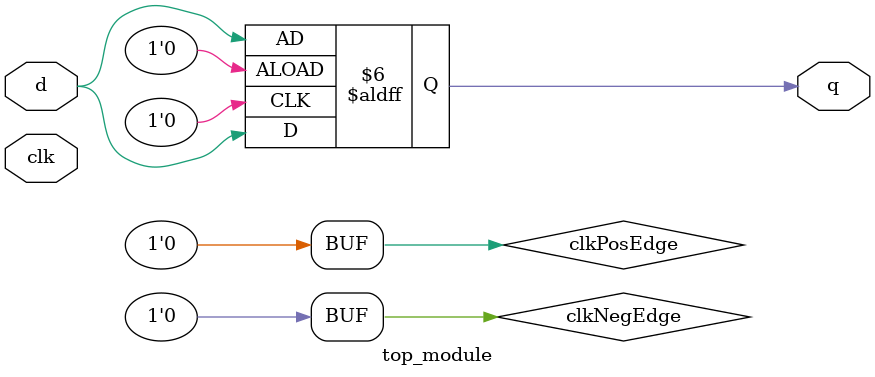
<source format=sv>
module top_module(
    input clk,
    input d,
    output reg q
);

wire clkPosEdge, clkNegEdge;

// Generate positive and negative edge clock signals
assign clkPosEdge = clk & ~clk;
assign clkNegEdge = ~clk & clk;

// Dual-edge triggered flip-flop logic
always @(posedge clkPosEdge or posedge clkNegEdge) begin
    if (clkPosEdge)
        q <= d;
    else if (clkNegEdge)
        q <= d;
end

endmodule

</source>
